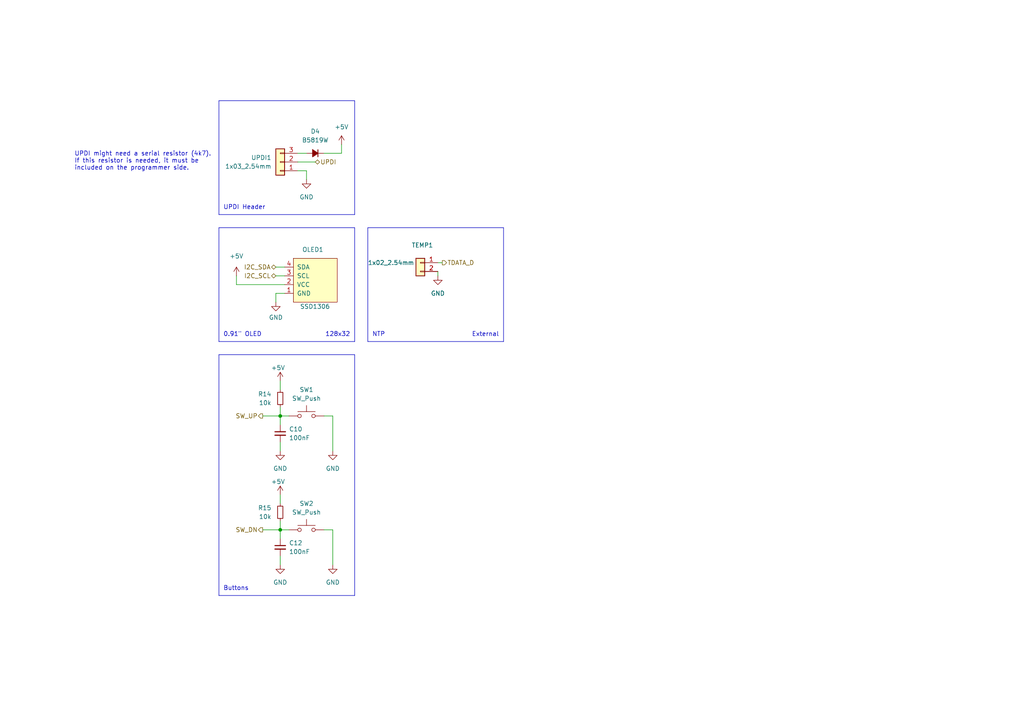
<source format=kicad_sch>
(kicad_sch (version 20230121) (generator eeschema)
  (paper "A4")
  (lib_symbols
    (symbol "Connector_Generic:Conn_01x02" (pin_names (offset 1.016) hide)
      (property "Reference" "J" (at 0 2.54 0))
      (property "Value" "Conn_01x02" (at 0 -5.08 0))
      (symbol "Conn_01x02_1_1"
        (rectangle (start -1.27 -2.413) (end 0 -2.667) (stroke (width 0.1524)))
        (rectangle (start -1.27 0.127) (end 0 -0.127) (stroke (width 0.1524)))
        (rectangle (start -1.27 1.27) (end 1.27 -3.81) (stroke (width 0.254)) (fill (type background)))
        (pin passive line (at -5.08 0 0) (length 3.81) (name "Pin_1") (number "1"))
        (pin passive line (at -5.08 -2.54 0) (length 3.81) (name "Pin_2") (number "2"))
      )
    )
    (symbol "Connector_Generic:Conn_01x03" (pin_names (offset 1.016) hide)
      (property "Reference" "J" (at 0 5.08 0))
      (property "Value" "Conn_01x03" (at 0 -5.08 0))
      (symbol "Conn_01x03_1_1"
        (rectangle (start -1.27 -2.413) (end 0 -2.667) (stroke (width 0.1524)))
        (rectangle (start -1.27 0.127) (end 0 -0.127) (stroke (width 0.1524)))
        (rectangle (start -1.27 2.667) (end 0 2.413) (stroke (width 0.1524)))
        (rectangle (start -1.27 3.81) (end 1.27 -3.81) (stroke (width 0.254)) (fill (type background)))
        (pin passive line (at -5.08 2.54 0) (length 3.81) (name "Pin_1") (number "1"))
        (pin passive line (at -5.08 0 0) (length 3.81) (name "Pin_2") (number "2"))
        (pin passive line (at -5.08 -2.54 0) (length 3.81) (name "Pin_3") (number "3"))
      )
    )
    (symbol "Device:C_Small" (pin_numbers hide) (pin_names (offset 0.254) hide)
      (property "Reference" "C" (at 0.254 1.778 0))
      (property "Value" "C_Small" (at 0.254 -2.032 0))
      (symbol "C_Small_0_1"
        (polyline (pts (xy -1.524 -0.508) (xy 1.524 -0.508)) (stroke (width 0.3302)))
        (polyline (pts (xy -1.524 0.508) (xy 1.524 0.508)) (stroke (width 0.3048)))
      )
      (symbol "C_Small_1_1"
        (pin passive line (at 0 2.54 270) (length 2.032) (name "~") (number "1"))
        (pin passive line (at 0 -2.54 90) (length 2.032) (name "~") (number "2"))
      )
    )
    (symbol "Device:D_Small_Filled" (pin_numbers hide) (pin_names (offset 0.254) hide)
      (property "Reference" "D" (at -1.27 2.032 0))
      (property "Value" "D_Small_Filled" (at -3.81 -2.032 0))
      (symbol "D_Small_Filled_0_1"
        (polyline (pts (xy -0.762 -1.016) (xy -0.762 1.016)) (stroke (width 0.254)))
        (polyline (pts (xy -0.762 0) (xy 0.762 0)))
        (polyline (pts (xy 0.762 -1.016) (xy -0.762 0) (xy 0.762 1.016) (xy 0.762 -1.016)) (stroke (width 0.254)) (fill (type outline)))
      )
      (symbol "D_Small_Filled_1_1"
        (pin passive line (at -2.54 0 0) (length 1.778) (name "K") (number "1"))
        (pin passive line (at 2.54 0 180) (length 1.778) (name "A") (number "2"))
      )
    )
    (symbol "Device:R_Small" (pin_numbers hide) (pin_names (offset 0.254) hide)
      (property "Reference" "R" (at 0.762 0.508 0))
      (property "Value" "R_Small" (at 0.762 -1.016 0))
      (symbol "R_Small_0_1"
        (rectangle (start -0.762 1.778) (end 0.762 -1.778) (stroke (width 0.2032)))
      )
      (symbol "R_Small_1_1"
        (pin passive line (at 0 2.54 270) (length 0.762) (name "~") (number "1"))
        (pin passive line (at 0 -2.54 90) (length 0.762) (name "~") (number "2"))
      )
    )
    (symbol "OLED SSD1306:SSD1306" (pin_names (offset 1.016))
      (property "Reference" "Brd" (at 0 -3.81 0))
      (property "Value" "SSD1306" (at 0 -1.27 0))
      (symbol "SSD1306_0_1"
        (rectangle (start -6.35 6.35) (end 6.35 -6.35) (fill (type background)))
      )
      (symbol "SSD1306_1_1"
        (pin input line (at -3.81 8.89 270) (length 2.54) (name "GND") (number "1"))
        (pin input line (at -1.27 8.89 270) (length 2.54) (name "VCC") (number "2"))
        (pin input line (at 1.27 8.89 270) (length 2.54) (name "SCL") (number "3"))
        (pin input line (at 3.81 8.89 270) (length 2.54) (name "SDA") (number "4"))
      )
    )
    (symbol "Switch:SW_Push" (pin_numbers hide) (pin_names (offset 1.016) hide)
      (property "Reference" "SW" (at 1.27 2.54 0))
      (property "Value" "SW_Push" (at 0 -1.524 0))
      (symbol "SW_Push_0_1"
        (circle (center -2.032 0) (radius 0.508))
        (polyline (pts (xy 0 1.27) (xy 0 3.048)))
        (polyline (pts (xy 2.54 1.27) (xy -2.54 1.27)))
        (circle (center 2.032 0) (radius 0.508))
        (pin passive line (at -5.08 0 0) (length 2.54) (name "1") (number "1"))
        (pin passive line (at 5.08 0 180) (length 2.54) (name "2") (number "2"))
      )
    )
    (symbol "power:+5V" (power) (pin_names (offset 0))
      (property "Value" "+5V" (at 0 3.556 0))
      (symbol "+5V_0_1"
        (polyline (pts (xy -0.762 1.27) (xy 0 2.54)))
        (polyline (pts (xy 0 0) (xy 0 2.54)))
        (polyline (pts (xy 0 2.54) (xy 0.762 1.27)))
      )
      (symbol "+5V_1_1"
        (pin power_in line (at 0 0 90) (length 0) hide (name "+5V") (number "1"))
      )
    )
    (symbol "power:GND" (power) (pin_names (offset 0))
      (property "Value" "GND" (at 0 -3.81 0))
      (symbol "GND_0_1"
        (polyline (pts (xy 0 0) (xy 0 -1.27) (xy 1.27 -1.27) (xy 0 -2.54) (xy -1.27 -1.27) (xy 0 -1.27)))
      )
      (symbol "GND_1_1"
        (pin power_in line (at 0 0 270) (length 0) hide (name "GND") (number "1"))
      )
    )
  )
  (junction (at 81.28 120.65))
  (junction (at 81.28 153.67))
  (wire (pts (xy 83.82 153.67) (xy 81.28 153.67)))
  (wire (pts (xy 81.28 163.83) (xy 81.28 161.29)))
  (wire (pts (xy 86.36 46.99) (xy 91.44 46.99)))
  (wire (pts (xy 76.2 120.65) (xy 81.28 120.65)))
  (wire (pts (xy 68.58 80.01) (xy 68.58 82.55)))
  (polyline (pts (xy 106.68 99.06) (xy 106.68 66.04)))
  (wire (pts (xy 86.36 49.53) (xy 88.9 49.53)))
  (wire (pts (xy 86.36 44.45) (xy 88.9 44.45)))
  (wire (pts (xy 99.06 44.45) (xy 99.06 41.91)))
  (wire (pts (xy 88.9 49.53) (xy 88.9 52.07)))
  (wire (pts (xy 96.52 120.65) (xy 93.98 120.65)))
  (polyline (pts (xy 63.5 29.21) (xy 102.87 29.21)))
  (wire (pts (xy 80.01 80.01) (xy 82.55 80.01)))
  (wire (pts (xy 80.01 85.09) (xy 82.55 85.09)))
  (wire (pts (xy 83.82 120.65) (xy 81.28 120.65)))
  (polyline (pts (xy 102.87 102.87) (xy 102.87 172.72)))
  (wire (pts (xy 81.28 153.67) (xy 81.28 156.21)))
  (polyline (pts (xy 63.5 66.04) (xy 102.87 66.04)))
  (polyline (pts (xy 102.87 29.21) (xy 102.87 62.23)))
  (wire (pts (xy 128.27 76.2) (xy 127 76.2)))
  (polyline (pts (xy 102.87 172.72) (xy 63.5 172.72)))
  (wire (pts (xy 81.28 118.11) (xy 81.28 120.65)))
  (polyline (pts (xy 102.87 66.04) (xy 102.87 99.06)))
  (polyline (pts (xy 63.5 99.06) (xy 63.5 66.04)))
  (wire (pts (xy 81.28 110.49) (xy 81.28 113.03)))
  (wire (pts (xy 81.28 143.51) (xy 81.28 146.05)))
  (wire (pts (xy 80.01 77.47) (xy 82.55 77.47)))
  (polyline (pts (xy 63.5 102.87) (xy 102.87 102.87)))
  (polyline (pts (xy 146.05 99.06) (xy 106.68 99.06)))
  (wire (pts (xy 68.58 82.55) (xy 82.55 82.55)))
  (polyline (pts (xy 102.87 62.23) (xy 63.5 62.23)))
  (polyline (pts (xy 102.87 99.06) (xy 63.5 99.06)))
  (wire (pts (xy 81.28 130.81) (xy 81.28 128.27)))
  (polyline (pts (xy 106.68 66.04) (xy 146.05 66.04)))
  (wire (pts (xy 96.52 153.67) (xy 93.98 153.67)))
  (polyline (pts (xy 146.05 66.04) (xy 146.05 99.06)))
  (wire (pts (xy 93.98 44.45) (xy 99.06 44.45)))
  (wire (pts (xy 96.52 153.67) (xy 96.52 163.83)))
  (polyline (pts (xy 63.5 62.23) (xy 63.5 29.21)))
  (wire (pts (xy 81.28 151.13) (xy 81.28 153.67)))
  (wire (pts (xy 76.2 153.67) (xy 81.28 153.67)))
  (wire (pts (xy 127 78.74) (xy 127 80.01)))
  (polyline (pts (xy 63.5 172.72) (xy 63.5 102.87)))
  (wire (pts (xy 80.01 87.63) (xy 80.01 85.09)))
  (wire (pts (xy 81.28 120.65) (xy 81.28 123.19)))
  (wire (pts (xy 96.52 120.65) (xy 96.52 130.81)))
  (text "NTP" (at 107.95 97.79 0) (effects (font (size 1.27 1.27)) (justify left bottom)))
  (text "UPDI Header\n" (at 64.77 60.96 0) (effects (font (size 1.27 1.27)) (justify left bottom)))
  (text "128x32" (at 101.6 97.79 0) (effects (font (size 1.27 1.27)) (justify right bottom)))
  (text "0.91\" OLED\n" (at 64.77 97.79 0) (effects (font (size 1.27 1.27)) (justify left bottom)))
  (text "Buttons" (at 64.77 171.45 0) (effects (font (size 1.27 1.27)) (justify left bottom)))
  (text "UPDI might need a serial resistor (4k7).\nIf this resistor is needed, it must be\nincluded on the programmer side." (at 21.59 49.53 0) (effects (font (size 1.27 1.27)) (justify left bottom)))
  (text "External" (at 144.78 97.79 0) (effects (font (size 1.27 1.27)) (justify right bottom)))
  (hierarchical_label "UPDI" (shape bidirectional) (at 91.44 46.99 0))
  (hierarchical_label "TDATA_D" (shape output) (at 128.27 76.2 0))
  (hierarchical_label "SW_UP" (shape output) (at 76.2 120.65 180))
  (hierarchical_label "I2C_SCL" (shape bidirectional) (at 80.01 80.01 180))
  (hierarchical_label "SW_DN" (shape output) (at 76.2 153.67 180))
  (hierarchical_label "I2C_SDA" (shape bidirectional) (at 80.01 77.47 180))
  (symbol (lib_id "OLED SSD1306:SSD1306") (at 91.44 81.28 90) (unit 1)
    (property "Reference" "OLED1" (at 87.63 72.39 90) (effects (justify right)))
    (property "Value" "SSD1306" (at 86.995 88.9 90) (effects (justify right)))
    (property "Footprint" "User:0.91Inch-OLED-Module" (effects hide))
    (property "Information" "buy actual OLED module else where, check pinout: GND, VDD, SCL, SDA" (effects hide))
    (property "LCSC Part Number" "C2718488" (effects hide))
    (property "LCSC Part Number Alternative" "C225501" (effects hide))
  )
  (symbol (lib_id "power:GND") (at 96.52 130.81 0) (unit 1)
    (property "Reference" "#PWR0122" (effects hide))
    (property "Value" "GND" (at 96.52 135.89 0))
  )
  (symbol (lib_id "power:GND") (at 127 80.01 0) (unit 1)
    (property "Reference" "#PWR0124" (effects hide))
    (property "Value" "GND" (at 127 85.09 0))
  )
  (symbol (lib_id "Connector_Generic:Conn_01x02") (at 121.92 76.2 0) (mirror y) (unit 1)
    (property "Reference" "TEMP1" (at 119.38 71.12 0) (effects (justify right)))
    (property "Value" "1x02_2.54mm" (at 106.68 76.2 0) (effects (justify right)))
    (property "Footprint" "Connector_PinHeader_2.54mm:PinHeader_1x02_P2.54mm_Vertical" (effects hide))
    (property "Assembly" "DNP" (effects hide))
    (property "Information" "DNP, do not solder this header, just push the header in (friction fit)" (effects hide))
    (property "LCSC Part Number" "C2905434" (effects hide))
    (property "LCSC Part Number Alternative" "C2829889" (effects hide))
  )
  (symbol (lib_id "Device:C_Small") (at 81.28 125.73 0) (unit 1)
    (property "Reference" "C10" (at 83.82 124.4662 0) (effects (justify left)))
    (property "Value" "100nF" (at 83.82 127.0062 0) (effects (justify left)))
    (property "Footprint" "Capacitor_SMD:C_0805_2012Metric" (effects hide))
    (property "Information" "X7R" (effects hide))
    (property "LCSC Part Number" "C1711" (effects hide))
    (property "LCSC Part Number Alternative" "C49678" (effects hide))
  )
  (symbol (lib_id "power:+5V") (at 81.28 110.49 0) (unit 1)
    (property "Reference" "#PWR0119" (effects hide))
    (property "Value" "+5V" (at 80.645 106.68 0))
  )
  (symbol (lib_id "Switch:SW_Push") (at 88.9 153.67 0) (unit 1)
    (property "Reference" "SW2" (at 88.9 146.05 0))
    (property "Value" "SW_Push" (at 88.9 148.59 0))
    (property "Footprint" "Button_Switch_THT:SW_PUSH_6mm" (effects hide))
    (property "LCSC Part Number" "C136682" (effects hide))
    (property "LCSC Part Number Alternative" "C202375" (effects hide))
  )
  (symbol (lib_id "power:+5V") (at 81.28 143.51 0) (unit 1)
    (property "Reference" "#PWR0121" (effects hide))
    (property "Value" "+5V" (at 80.645 139.7 0))
  )
  (symbol (lib_id "Device:D_Small_Filled") (at 91.44 44.45 180) (unit 1)
    (property "Reference" "D4" (at 91.44 38.1 0))
    (property "Value" "B5819W" (at 91.44 40.64 0))
    (property "Footprint" "Diode_SMD:D_SOD-123" (effects hide))
    (property "LCSC Part Number" "C64885" (effects hide))
    (property "LCSC Part Number Alternative" "C109213" (effects hide))
  )
  (symbol (lib_id "power:+5V") (at 99.06 41.91 0) (unit 1)
    (property "Reference" "#PWR0127" (effects hide))
    (property "Value" "+5V" (at 99.06 36.83 0))
  )
  (symbol (lib_id "Connector_Generic:Conn_01x03") (at 81.28 46.99 180) (unit 1)
    (property "Reference" "UPDI1" (at 78.74 45.7199 0) (effects (justify left)))
    (property "Value" "1x03_2.54mm" (at 78.74 48.2599 0) (effects (justify left)))
    (property "Footprint" "Connector_PinHeader_2.54mm:PinHeader_1x03_P2.54mm_Vertical" (effects hide))
    (property "LCSC Part Number" "C49257" (effects hide))
    (property "LCSC Part Number Alternative" "C429954" (effects hide))
    (property "Information" "do not solder this header, just push the header in (friction fit)" (effects hide))
  )
  (symbol (lib_id "power:GND") (at 81.28 130.81 0) (unit 1)
    (property "Reference" "#PWR0136" (effects hide))
    (property "Value" "GND" (at 81.28 135.89 0))
  )
  (symbol (lib_id "Device:R_Small") (at 81.28 148.59 180) (unit 1)
    (property "Reference" "R15" (at 78.74 147.3199 0) (effects (justify left)))
    (property "Value" "10k" (at 78.74 149.8599 0) (effects (justify left)))
    (property "Footprint" "Resistor_SMD:R_0805_2012Metric" (effects hide))
    (property "Information" "1%" (effects hide))
    (property "LCSC Part Number" "C17414" (effects hide))
    (property "LCSC Part Number Alternative" "C84376" (effects hide))
  )
  (symbol (lib_id "power:GND") (at 96.52 163.83 0) (unit 1)
    (property "Reference" "#PWR0117" (effects hide))
    (property "Value" "GND" (at 96.52 168.91 0))
  )
  (symbol (lib_id "power:GND") (at 80.01 87.63 0) (unit 1)
    (property "Reference" "#PWR0125" (effects hide))
    (property "Value" "GND" (at 80.01 92.075 0))
  )
  (symbol (lib_id "Device:C_Small") (at 81.28 158.75 0) (unit 1)
    (property "Reference" "C12" (at 83.82 157.4862 0) (effects (justify left)))
    (property "Value" "100nF" (at 83.82 160.0262 0) (effects (justify left)))
    (property "Footprint" "Capacitor_SMD:C_0805_2012Metric" (effects hide))
    (property "Information" "X7R" (effects hide))
    (property "LCSC Part Number" "C1711" (effects hide))
    (property "LCSC Part Number Alternative" "C49678" (effects hide))
  )
  (symbol (lib_id "power:+5V") (at 68.58 80.01 0) (unit 1)
    (property "Reference" "#PWR0123" (effects hide))
    (property "Value" "+5V" (at 68.58 74.295 0))
  )
  (symbol (lib_id "power:GND") (at 81.28 163.83 0) (unit 1)
    (property "Reference" "#PWR0118" (effects hide))
    (property "Value" "GND" (at 81.28 168.91 0))
  )
  (symbol (lib_id "Device:R_Small") (at 81.28 115.57 180) (unit 1)
    (property "Reference" "R14" (at 78.74 114.2999 0) (effects (justify left)))
    (property "Value" "10k" (at 78.74 116.8399 0) (effects (justify left)))
    (property "Footprint" "Resistor_SMD:R_0805_2012Metric" (effects hide))
    (property "Information" "1%" (effects hide))
    (property "LCSC Part Number" "C17414" (effects hide))
    (property "LCSC Part Number Alternative" "C84376" (effects hide))
  )
  (symbol (lib_id "Switch:SW_Push") (at 88.9 120.65 0) (unit 1)
    (property "Reference" "SW1" (at 88.9 113.03 0))
    (property "Value" "SW_Push" (at 88.9 115.57 0))
    (property "Footprint" "Button_Switch_THT:SW_PUSH_6mm" (effects hide))
    (property "LCSC Part Number" "C136682" (effects hide))
    (property "LCSC Part Number Alternative" "C202375" (effects hide))
  )
  (symbol (lib_id "power:GND") (at 88.9 52.07 0) (unit 1)
    (property "Reference" "#PWR0126" (effects hide))
    (property "Value" "GND" (at 88.9 57.15 0))
  )
)
</source>
